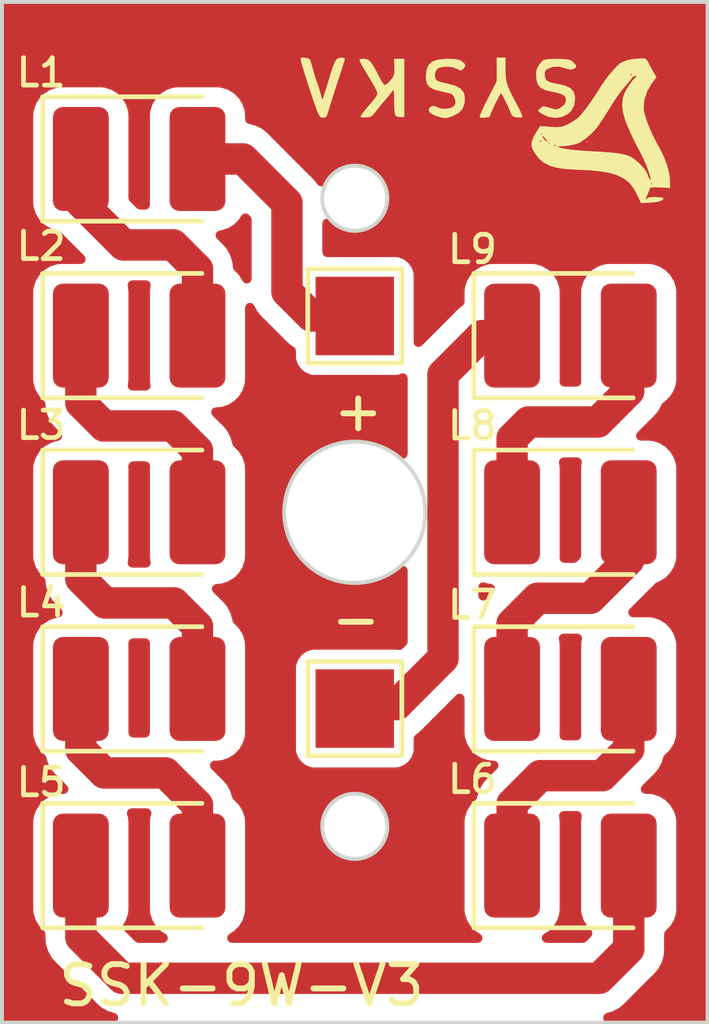
<source format=kicad_pcb>
(kicad_pcb (version 20221018) (generator pcbnew)
  (layers (0 "F.Cu" signal) (31 "B.Cu" signal) (34 "B.Paste" user) (35 "F.Paste" user) (36 "B.SilkS" user "B.Silkscreen") (37 "F.SilkS" user "F.Silkscreen") (38 "B.Mask" user) (39 "F.Mask" user) (44 "Edge.Cuts" user))
  (net 0 "")
  (net 1 "Net-(J1-Pin_1)")
  (net 2 "Net-(J2-Pin_1)")
  (net 3 "Net-(L1-K)")
  (net 4 "Net-(L2-K)")
  (net 5 "Net-(L3-K)")
  (net 6 "Net-(L4-K)")
  (net 7 "Net-(L5-K)")
  (net 8 "Net-(L6-K)")
  (net 9 "Net-(L7-K)")
  (net 10 "Net-(L8-K)")
  (footprint "LED_SMD:LED_1210_3225Metric_Pad1.42x2.65mm_HandSolder" (layer "F.Cu") (at 114.5 108.5)
    (fp_text reference "L9" (at -2.5 -2.2) (layer "F.SilkS") (effects (font (size 0.7 0.7) (thickness 0.12))))
    (fp_text value "LED")
    (fp_line (start -2.46 -1.585) (end -2.46 1.585) (stroke (width 0.12)) (layer "F.SilkS"))
    (fp_line (start -2.46 1.585) (end 1.6 1.585) (stroke (width 0.12)) (layer "F.SilkS"))
    (fp_line (start 1.6 -1.585) (end -2.46 -1.585) (stroke (width 0.12)) (layer "F.SilkS"))
    (pad "1" smd roundrect (at -1.4875 0) (size 1.425 2.65) (layers "F.Cu" "F.Paste" "F.Mask") (roundrect_rratio 0.175439) (net 2 "Net-(J2-Pin_1)"))
    (pad "2" smd roundrect (at 1.4875 0) (size 1.425 2.65) (layers "F.Cu" "F.Paste" "F.Mask") (roundrect_rratio 0.175439) (net 10 "Net-(L8-K)"))
  )
  (footprint "TestPoint:TestPoint_Pad_2.0x2.0mm" (layer "F.Cu") (at 109 118)
    (fp_text reference "J2" hide)
    (fp_text value "Conn_01x01_Pin")
    (fp_line (start -1.2 -1.2) (end 1.2 -1.2) (stroke (width 0.12)) (layer "F.SilkS"))
    (fp_line (start -1.2 1.2) (end -1.2 -1.2) (stroke (width 0.12)) (layer "F.SilkS"))
    (fp_line (start 1.2 -1.2) (end 1.2 1.2) (stroke (width 0.12)) (layer "F.SilkS"))
    (fp_line (start 1.2 1.2) (end -1.2 1.2) (stroke (width 0.12)) (layer "F.SilkS"))
    (pad "1" smd rect (at 0 0) (size 2 2) (layers "F.Cu" "F.Mask") (net 2 "Net-(J2-Pin_1)"))
  )
  (footprint "LED_SMD:LED_1210_3225Metric_Pad1.42x2.65mm_HandSolder" (layer "F.Cu") (at 114.5 113)
    (fp_text reference "L8" (at -2.5 -2.21) (layer "F.SilkS") (effects (font (size 0.7 0.7) (thickness 0.12))))
    (fp_text value "LED")
    (fp_line (start -2.46 -1.585) (end -2.46 1.585) (stroke (width 0.12)) (layer "F.SilkS"))
    (fp_line (start -2.46 1.585) (end 1.6 1.585) (stroke (width 0.12)) (layer "F.SilkS"))
    (fp_line (start 1.6 -1.585) (end -2.46 -1.585) (stroke (width 0.12)) (layer "F.SilkS"))
    (pad "1" smd roundrect (at -1.4875 0) (size 1.425 2.65) (layers "F.Cu" "F.Paste" "F.Mask") (roundrect_rratio 0.175439) (net 10 "Net-(L8-K)"))
    (pad "2" smd roundrect (at 1.4875 0) (size 1.425 2.65) (layers "F.Cu" "F.Paste" "F.Mask") (roundrect_rratio 0.175439) (net 9 "Net-(L7-K)"))
  )
  (footprint "footprints:syska" (layer "F.Cu") (at 112.296527 103.319153 180)
    (fp_text reference "G***" hide)
    (fp_text value "LOGO" hide)
    (fp_poly (pts (xy -2.614231 -0.242058) (xy -2.630369 -0.225921) (xy -2.646506 -0.242058) (xy -2.630369 -0.258195)) (fill solid) (layer "F.SilkS"))
    (fp_poly (pts (xy 0.07801 0.37114) (xy 0.113329 0.38789) (xy 0.105462 0.425139) (xy 0.072006 0.508822) (xy 0.017662 0.628373) (xy -0.052867 0.773227) (xy -0.095778 0.857765) (xy -0.322745 1.29874) (xy -0.322745 1.601467) (xy -0.322745 1.904194) (xy -0.435705 1.904194) (xy -0.548666 1.904194) (xy -0.548666 1.600595) (xy -0.550728 1.47552) (xy -0.55962 1.368711) (xy -0.579405 1.268133) (xy -0.614145 1.16175) (xy -0.6679 1.037527) (xy -0.744733 0.88343) (xy -0.848706 0.687423) (xy -0.870491 0.646993) (xy -0.926759 0.535459) (xy -0.964662 0.445876) (xy -0.978408 0.3926) (xy -0.976193 0.384948) (xy -0.931062 0.374635) (xy -0.850585 0.376703) (xy -0.832459 0.378744) (xy -0.748446 0.398321) (xy -0.70188 0.443034) (xy -0.674522 0.510077) (xy -0.645392 0.582464) (xy -0.597697 0.686238) (xy -0.5417 0.800631) (xy -0.487666 0.904875) (xy -0.445859 0.978201) (xy -0.43593 0.99283) (xy -0.418246 0.973329) (xy -0.381307 0.909831) (xy -0.332439 0.817162) (xy -0.278971 0.710147) (xy -0.22823 0.603611) (xy -0.187543 0.512378) (xy -0.164238 0.451274) (xy -0.161373 0.437345) (xy -0.140016 0.391274) (xy -0.121029 0.383614) (xy -0.059919 0.377193) (xy 0.007391 0.369462)) (fill solid) (layer "F.SilkS"))
    (fp_poly (pts (xy 4.149324 0.372221) (xy 4.186544 0.399681) (xy 4.22466 0.464548) (xy 4.271157 0.577241) (xy 4.290591 0.629352) (xy 4.333889 0.751498) (xy 4.386562 0.906691) (xy 4.444467 1.08196) (xy 4.503462 1.264333) (xy 4.559402 1.44084) (xy 4.608146 1.598508) (xy 4.645549 1.724367) (xy 4.667469 1.805444) (xy 4.670127 1.817625) (xy 4.677399 1.876355) (xy 4.657278 1.899878) (xy 4.59367 1.900573) (xy 4.565246 1.898311) (xy 4.478662 1.882295) (xy 4.434691 1.844554) (xy 4.420268 1.80737) (xy 4.366629 1.615826) (xy 4.326788 1.476681) (xy 4.297767 1.380005) (xy 4.276585 1.315867) (xy 4.260487 1.274842) (xy 4.236531 1.209641) (xy 4.203839 1.107163) (xy 4.177238 1.016646) (xy 4.12253 0.822999) (xy 4.049641 1.04892) (xy 4.002752 1.197829) (xy 3.954624 1.356285) (xy 3.921851 1.468488) (xy 3.861649 1.659932) (xy 3.806187 1.791106) (xy 3.753603 1.865953) (xy 3.725212 1.884545) (xy 3.644936 1.902777) (xy 3.578844 1.897676) (xy 3.550227 1.871191) (xy 3.55019 1.869916) (xy 3.559931 1.829264) (xy 3.586913 1.738233) (xy 3.627773 1.607614) (xy 3.679151 1.448203) (xy 3.72358 1.313182) (xy 3.786285 1.122549) (xy 3.846423 0.936664) (xy 3.898982 0.771244) (xy 3.938947 0.642003) (xy 3.954612 0.589009) (xy 3.986774 0.485558) (xy 4.014614 0.411935) (xy 4.031349 0.384825) (xy 4.076276 0.377227) (xy 4.105515 0.37175)) (fill solid) (layer "F.SilkS"))
    (fp_poly (pts (xy -1.639137 0.391776) (xy -1.478244 0.466094) (xy -1.452158 0.48468) (xy -1.371665 0.545812) (xy -1.4366 0.611277) (xy -1.477149 0.647605) (xy -1.516907 0.660564) (xy -1.576879 0.651132) (xy -1.671963 0.622242) (xy -1.772935 0.592321) (xy -1.838658 0.58417) (xy -1.894803 0.598219) (xy -1.952336 0.626951) (xy -2.047866 0.704848) (xy -2.083988 0.78499) (xy -2.086253 0.866071) (xy -2.04786 0.928126) (xy -1.961829 0.976197) (xy -1.821178 1.015328) (xy -1.744394 1.030264) (xy -1.572953 1.070021) (xy -1.455709 1.123134) (xy -1.382457 1.198637) (xy -1.342992 1.305565) (xy -1.330595 1.396525) (xy -1.326881 1.518792) (xy -1.344178 1.608301) (xy -1.386851 1.692872) (xy -1.446288 1.774036) (xy -1.505101 1.831934) (xy -1.517663 1.840053) (xy -1.583528 1.856564) (xy -1.693846 1.866535) (xy -1.828869 1.870121) (xy -1.968848 1.867475) (xy -2.094035 1.858752) (xy -2.184681 1.844104) (xy -2.210801 1.834651) (xy -2.284792 1.779935) (xy -2.339703 1.715098) (xy -2.356036 1.671412) (xy -2.330101 1.639396) (xy -2.280785 1.610327) (xy -2.207382 1.593803) (xy -2.117926 1.613524) (xy -2.083197 1.627157) (xy -1.911214 1.673487) (xy -1.747179 1.660683) (xy -1.661098 1.631507) (xy -1.585591 1.591323) (xy -1.554467 1.540118) (xy -1.549174 1.472441) (xy -1.558166 1.386455) (xy -1.59236 1.326054) (xy -1.662588 1.283397) (xy -1.77968 1.250647) (xy -1.881848 1.231662) (xy -2.070584 1.187157) (xy -2.202414 1.123819) (xy -2.283537 1.036391) (xy -2.320153 0.919615) (xy -2.323761 0.856859) (xy -2.300657 0.683592) (xy -2.228271 0.547143) (xy -2.137662 0.4622) (xy -1.98731 0.389223) (xy -1.81498 0.36595)) (fill solid) (layer "F.SilkS"))
    (fp_poly (pts (xy 1.105729 0.378346) (xy 1.125093 0.383388) (xy 1.275829 0.435112) (xy 1.372901 0.493899) (xy 1.413417 0.556177) (xy 1.394482 0.618378) (xy 1.34757 0.657932) (xy 1.279559 0.675987) (xy 1.230514 0.655531) (xy 1.118589 0.610168) (xy 0.994154 0.596741) (xy 0.875896 0.612933) (xy 0.782502 0.656428) (xy 0.735184 0.716913) (xy 0.730523 0.798253) (xy 0.758106 0.887939) (xy 0.806604 0.959162) (xy 0.848021 0.983938) (xy 0.916858 0.999654) (xy 1.023544 1.023878) (xy 1.125451 1.046948) (xy 1.28822 1.09431) (xy 1.395844 1.155205) (xy 1.457593 1.239037) (xy 1.482738 1.355205) (xy 1.484625 1.411168) (xy 1.468953 1.582423) (xy 1.418133 1.709315) (xy 1.326454 1.796519) (xy 1.188208 1.848711) (xy 0.997686 1.870567) (xy 0.922045 1.871919) (xy 0.765521 1.867106) (xy 0.65856 1.851139) (xy 0.586789 1.82172) (xy 0.580053 1.81731) (xy 0.50074 1.754264) (xy 0.475671 1.703005) (xy 0.50028 1.648714) (xy 0.520838 1.625127) (xy 0.567659 1.580577) (xy 0.606898 1.573232) (xy 0.666399 1.601293) (xy 0.688794 1.614265) (xy 0.794914 1.65413) (xy 0.921762 1.670823) (xy 1.048036 1.665029) (xy 1.152434 1.637432) (xy 1.207877 1.597586) (xy 1.248898 1.506829) (xy 1.253181 1.409598) (xy 1.220456 1.333019) (xy 1.210609 1.323516) (xy 1.156006 1.297755) (xy 1.058463 1.268145) (xy 0.938788 1.240975) (xy 0.935158 1.24028) (xy 0.739212 1.187909) (xy 0.601643 1.113989) (xy 0.518529 1.013866) (xy 0.485948 0.882888) (xy 0.498801 0.72257) (xy 0.548804 0.593451) (xy 0.648803 0.49091) (xy 0.805114 0.408661) (xy 0.819862 0.402913) (xy 0.925412 0.368256) (xy 1.008911 0.360821)) (fill solid) (layer "F.SilkS"))
    (fp_poly (pts (xy 3.124048 0.377956) (xy 3.150459 0.39328) (xy 3.137388 0.427205) (xy 3.08877 0.497668) (xy 3.01273 0.593674) (xy 2.9368 0.682404) (xy 2.829702 0.807522) (xy 2.76238 0.896929) (xy 2.728696 0.960281) (xy 2.722508 1.007236) (xy 2.724303 1.016626) (xy 2.748359 1.073192) (xy 2.799179 1.169421) (xy 2.868706 1.290622) (xy 2.930038 1.391904) (xy 3.010866 1.52477) (xy 3.081968 1.646102) (xy 3.1343 1.740213) (xy 3.155649 1.783164) (xy 3.177004 1.840968) (xy 3.164567 1.865905) (xy 3.105225 1.871798) (xy 3.071451 1.871919) (xy 3.001577 1.865082) (xy 2.942157 1.838719) (xy 2.885241 1.784048) (xy 2.822881 1.692288) (xy 2.747127 1.55466) (xy 2.699057 1.460572) (xy 2.639705 1.349194) (xy 2.586473 1.260661) (xy 2.54911 1.210924) (xy 2.543968 1.206761) (xy 2.498348 1.215076) (xy 2.427921 1.275565) (xy 2.392479 1.315407) (xy 2.331726 1.392633) (xy 2.299062 1.457006) (xy 2.286936 1.533508) (xy 2.287797 1.64712) (xy 2.28826 1.660222) (xy 2.295935 1.871919) (xy 2.164613 1.871919) (xy 2.033291 1.871919) (xy 2.033291 1.129606) (xy 2.033291 0.387294) (xy 2.142798 0.387294) (xy 2.203649 0.391329) (xy 2.245208 0.410318) (xy 2.271229 0.454583) (xy 2.285467 0.534449) (xy 2.291674 0.66024) (xy 2.293384 0.801433) (xy 2.295557 0.943962) (xy 2.300813 1.029868) (xy 2.310423 1.067052) (xy 2.32566 1.063417) (xy 2.333728 1.052123) (xy 2.373316 0.998482) (xy 2.441999 0.914014) (xy 2.525744 0.815921) (xy 2.535709 0.804541) (xy 2.628424 0.695444) (xy 2.715105 0.587512) (xy 2.77718 0.503882) (xy 2.777768 0.50302) (xy 2.841238 0.430054) (xy 2.904195 0.388436) (xy 2.920838 0.384825) (xy 3.007866 0.378737) (xy 3.059371 0.37376)) (fill solid) (layer "F.SilkS"))
    (fp_poly (pts (xy -3.910842 -1.604913) (xy -3.818696 -1.433883) (xy -3.708069 -1.294297) (xy -3.572232 -1.183262) (xy -3.404454 -1.097886) (xy -3.198005 -1.035277) (xy -2.946156 -0.992544) (xy -2.642177 -0.966794) (xy -2.404447 -0.957564) (xy -2.109188 -0.941654) (xy -1.868581 -0.907838) (xy -1.674322 -0.852472) (xy -1.51811 -0.771914) (xy -1.391643 -0.66252) (xy -1.286619 -0.520648) (xy -1.246295 -0.449342) (xy -1.211141 -0.348519) (xy -1.215584 -0.242485) (xy -1.262379 -0.118149) (xy -1.346067 0.02499) (xy -1.43192 0.157395) (xy -1.698533 0.13858) (xy -1.837166 0.130989) (xy -1.934836 0.134072) (xy -2.014723 0.151288) (xy -2.10001 0.186096) (xy -2.137476 0.204077) (xy -2.252483 0.267819) (xy -2.35922 0.339177) (xy -2.407263 0.378185) (xy -2.492005 0.469448) (xy -2.600768 0.606965) (xy -2.726197 0.780581) (xy -2.860932 0.980143) (xy -2.986839 1.178018) (xy -3.07513 1.309714) (xy -3.17684 1.444024) (xy -3.28219 1.56989) (xy -3.381404 1.676255) (xy -3.464703 1.752062) (xy -3.52231 1.786252) (xy -3.525185 1.78681) (xy -3.587727 1.808947) (xy -3.61474 1.823886) (xy -3.671619 1.842401) (xy -3.770085 1.859985) (xy -3.887201 1.874045) (xy -4.000025 1.881988) (xy -4.085619 1.88122) (xy -4.102129 1.878987) (xy -4.147596 1.845479) (xy -4.194066 1.776015) (xy -4.198976 1.765853) (xy -4.246672 1.670475) (xy -4.306371 1.56073) (xy -4.323046 1.531691) (xy -4.363065 1.463109) (xy -3.765354 1.463109) (xy -3.760924 1.482296) (xy -3.743838 1.484626) (xy -3.717272 1.472817) (xy -3.722321 1.463109) (xy -3.760623 1.459247) (xy -3.765354 1.463109) (xy -4.363065 1.463109) (xy -4.399163 1.401246) (xy -4.28158 1.247204) (xy -4.165107 1.051137) (xy -4.093376 0.835055) (xy -4.072627 0.619624) (xy -4.076251 0.567223) (xy -4.104485 0.434024) (xy -4.162146 0.260512) (xy -4.243494 0.060503) (xy -4.342789 -0.152184) (xy -4.454294 -0.363735) (xy -4.486156 -0.419568) (xy -4.588356 -0.62265) (xy -4.669854 -0.838304) (xy -4.724047 -1.04583) (xy -4.739835 -1.184927) (xy -4.249457 -1.184927) (xy -4.241883 -1.145743) (xy -4.202256 -1.014482) (xy -4.140984 -0.851747) (xy -4.068302 -0.682191) (xy -3.994445 -0.530468) (xy -3.962521 -0.472814) (xy -3.9111 -0.378327) (xy -3.843264 -0.244346) (xy -3.76872 -0.090404) (xy -3.71177 0.031821) (xy -3.606041 0.288752) (xy -3.54289 0.507433) (xy -3.520916 0.696864) (xy -3.538718 0.866046) (xy -3.567314 0.960017) (xy -3.62983 1.090576) (xy -3.715832 1.227725) (xy -3.808723 1.34702) (xy -3.872935 1.410079) (xy -3.899567 1.436673) (xy -3.872577 1.436501) (xy -3.84873 1.430844) (xy -3.792291 1.408508) (xy -3.776112 1.390762) (xy -3.756495 1.355866) (xy -3.70654 1.29135) (xy -3.67122 1.250014) (xy -3.547763 1.106252) (xy -3.446137 0.977314) (xy -3.35022 0.841258) (xy -3.243895 0.676144) (xy -3.212295 0.625324) (xy -3.136126 0.502974) (xy -3.071138 0.399985) (xy -3.025701 0.329539) (xy -3.009975 0.306608) (xy -2.976507 0.258708) (xy -2.928555 0.185201) (xy -2.923679 0.17751) (xy -2.831706 0.059665) (xy -2.724136 -0.048411) (xy -1.484625 -0.048411) (xy -1.468488 -0.032274) (xy -1.452351 -0.048411) (xy -1.468488 -0.064549) (xy -1.484625 -0.048411) (xy -2.724136 -0.048411) (xy -2.705588 -0.067046) (xy -2.568139 -0.181781) (xy -2.47635 -0.241469) (xy -1.613723 -0.241469) (xy -1.594179 -0.199342) (xy -1.560309 -0.155845) (xy -1.505658 -0.103245) (xy -1.484898 -0.104055) (xy -1.484625 -0.108022) (xy -1.503401 -0.137547) (xy -1.54861 -0.192995) (xy -1.549174 -0.193646) (xy -1.58183 -0.225921) (xy -1.452351 -0.225921) (xy -1.440542 -0.199355) (xy -1.430835 -0.204405) (xy -1.426972 -0.242707) (xy -1.430835 -0.247437) (xy -1.450022 -0.243007) (xy -1.452351 -0.225921) (xy -1.58183 -0.225921) (xy -1.593456 -0.237412) (xy -1.613607 -0.242935) (xy -1.613723 -0.241469) (xy -2.47635 -0.241469) (xy -2.442172 -0.263694) (xy -2.438939 -0.26536) (xy -2.414137 -0.274333) (xy -1.678272 -0.274333) (xy -1.662135 -0.258195) (xy -1.645998 -0.274333) (xy -1.662135 -0.29047) (xy -1.678272 -0.274333) (xy -2.414137 -0.274333) (xy -2.31474 -0.310293) (xy -2.155497 -0.341504) (xy -2.12885 -0.344261) (xy -1.828886 -0.344261) (xy -1.824456 -0.325073) (xy -1.80737 -0.322744) (xy -1.780804 -0.334553) (xy -1.785854 -0.344261) (xy -1.824156 -0.348123) (xy -1.828886 -0.344261) (xy -2.12885 -0.344261) (xy -2.081703 -0.349139) (xy -1.855782 -0.365862) (xy -2.017154 -0.41094) (xy -2.102773 -0.427364) (xy -2.238597 -0.444547) (xy -2.410321 -0.461073) (xy -2.603638 -0.475527) (xy -2.759467 -0.484414) (xy -3.028068 -0.499374) (xy -3.241892 -0.515847) (xy -3.410709 -0.535105) (xy -3.54429 -0.558418) (xy -3.652406 -0.587058) (xy -3.711563 -0.608297) (xy -3.812337 -0.666045) (xy -3.925258 -0.757151) (xy -4.033254 -0.8647) (xy -4.119252 -0.971781) (xy -4.164947 -1.057429) (xy -4.197844 -1.14537) (xy -4.227237 -1.200918) (xy -4.246612 -1.216596) (xy -4.249457 -1.184927) (xy -4.739835 -1.184927) (xy -4.74433 -1.224527) (xy -4.744346 -1.228878) (xy -4.744346 -1.307115) (xy -4.292503 -1.307115) (xy -4.276366 -1.290978) (xy -4.260229 -1.307115) (xy -4.276366 -1.323252) (xy -4.292503 -1.307115) (xy -4.744346 -1.307115) (xy -4.744346 -1.421281) (xy -4.48615 -1.407348) (xy -4.346863 -1.402948) (xy -4.263922 -1.408577) (xy -4.229798 -1.42496) (xy -4.227954 -1.432195) (xy -4.214164 -1.483722) (xy -4.179789 -1.564573) (xy -4.166885 -1.590761) (xy -4.13563 -1.663892) (xy -4.129182 -1.706283) (xy -4.13461 -1.710546) (xy -4.162438 -1.685743) (xy -4.163406 -1.677181) (xy -4.193655 -1.659305) (xy -4.277085 -1.649974) (xy -4.37319 -1.649587) (xy -4.480044 -1.655846) (xy -4.555606 -1.666608) (xy -4.582974 -1.679001) (xy -4.551616 -1.729517) (xy -4.458442 -1.766278) (xy -4.304797 -1.788827) (xy -4.246044 -1.792811) (xy -4.002004 -1.805888)) (fill solid) (layer "F.SilkS"))
  )
  (footprint "LED_SMD:LED_1210_3225Metric_Pad1.42x2.65mm_HandSolder" (layer "F.Cu") (at 103.5 122)
    (fp_text reference "L5" (at -2.5 -2.12) (layer "F.SilkS") (effects (font (size 0.7 0.7) (thickness 0.12))))
    (fp_text value "LED")
    (fp_line (start -2.46 -1.585) (end -2.46 1.585) (stroke (width 0.12)) (layer "F.SilkS"))
    (fp_line (start -2.46 1.585) (end 1.6 1.585) (stroke (width 0.12)) (layer "F.SilkS"))
    (fp_line (start 1.6 -1.585) (end -2.46 -1.585) (stroke (width 0.12)) (layer "F.SilkS"))
    (pad "1" smd roundrect (at -1.4875 0) (size 1.425 2.65) (layers "F.Cu" "F.Paste" "F.Mask") (roundrect_rratio 0.175439) (net 7 "Net-(L5-K)"))
    (pad "2" smd roundrect (at 1.4875 0) (size 1.425 2.65) (layers "F.Cu" "F.Paste" "F.Mask") (roundrect_rratio 0.175439) (net 6 "Net-(L4-K)"))
  )
  (footprint "LED_SMD:LED_1210_3225Metric_Pad1.42x2.65mm_HandSolder" (layer "F.Cu") (at 103.5 117.5)
    (fp_text reference "L4" (at -2.5 -2.2) (layer "F.SilkS") (effects (font (size 0.7 0.7) (thickness 0.12))))
    (fp_text value "LED")
    (fp_line (start -2.46 -1.585) (end -2.46 1.585) (stroke (width 0.12)) (layer "F.SilkS"))
    (fp_line (start -2.46 1.585) (end 1.6 1.585) (stroke (width 0.12)) (layer "F.SilkS"))
    (fp_line (start 1.6 -1.585) (end -2.46 -1.585) (stroke (width 0.12)) (layer "F.SilkS"))
    (pad "1" smd roundrect (at -1.4875 0) (size 1.425 2.65) (layers "F.Cu" "F.Paste" "F.Mask") (roundrect_rratio 0.175439) (net 6 "Net-(L4-K)"))
    (pad "2" smd roundrect (at 1.4875 0) (size 1.425 2.65) (layers "F.Cu" "F.Paste" "F.Mask") (roundrect_rratio 0.175439) (net 5 "Net-(L3-K)"))
  )
  (footprint "footprints:+" (layer "F.Cu") (at 108.99 110.43)
    (fp_text reference "REF**" hide)
    (fp_text value "+")
    (fp_text user "+" (at -0.62 0.56 unlocked) (layer "F.SilkS") (effects (justify left bottom)))
  )
  (footprint "LED_SMD:LED_1210_3225Metric_Pad1.42x2.65mm_HandSolder" (layer "F.Cu") (at 103.5 104)
    (fp_text reference "L1" (at -2.5 -2.2) (layer "F.SilkS") (effects (font (size 0.7 0.7) (thickness 0.12))))
    (fp_text value "LED")
    (fp_line (start -2.46 -1.585) (end -2.46 1.585) (stroke (width 0.12)) (layer "F.SilkS"))
    (fp_line (start -2.46 1.585) (end 1.6 1.585) (stroke (width 0.12)) (layer "F.SilkS"))
    (fp_line (start 1.6 -1.585) (end -2.46 -1.585) (stroke (width 0.12)) (layer "F.SilkS"))
    (pad "1" smd roundrect (at -1.4875 0) (size 1.425 2.65) (layers "F.Cu" "F.Paste" "F.Mask") (roundrect_rratio 0.175439) (net 3 "Net-(L1-K)"))
    (pad "2" smd roundrect (at 1.4875 0) (size 1.425 2.65) (layers "F.Cu" "F.Paste" "F.Mask") (roundrect_rratio 0.175439) (net 1 "Net-(J1-Pin_1)"))
  )
  (footprint "LED_SMD:LED_1210_3225Metric_Pad1.42x2.65mm_HandSolder" (layer "F.Cu") (at 114.5 117.5)
    (fp_text reference "L7" (at -2.5 -2.14) (layer "F.SilkS") (effects (font (size 0.7 0.7) (thickness 0.12))))
    (fp_text value "LED")
    (fp_line (start -2.46 -1.585) (end -2.46 1.585) (stroke (width 0.12)) (layer "F.SilkS"))
    (fp_line (start -2.46 1.585) (end 1.6 1.585) (stroke (width 0.12)) (layer "F.SilkS"))
    (fp_line (start 1.6 -1.585) (end -2.46 -1.585) (stroke (width 0.12)) (layer "F.SilkS"))
    (pad "1" smd roundrect (at -1.4875 0) (size 1.425 2.65) (layers "F.Cu" "F.Paste" "F.Mask") (roundrect_rratio 0.175439) (net 9 "Net-(L7-K)"))
    (pad "2" smd roundrect (at 1.4875 0) (size 1.425 2.65) (layers "F.Cu" "F.Paste" "F.Mask") (roundrect_rratio 0.175439) (net 8 "Net-(L6-K)"))
  )
  (footprint "LED_SMD:LED_1210_3225Metric_Pad1.42x2.65mm_HandSolder" (layer "F.Cu") (at 103.5 108.5)
    (fp_text reference "L2" (at -2.5 -2.28) (layer "F.SilkS") (effects (font (size 0.7 0.7) (thickness 0.12))))
    (fp_text value "LED")
    (fp_line (start -2.46 -1.585) (end -2.46 1.585) (stroke (width 0.12)) (layer "F.SilkS"))
    (fp_line (start -2.46 1.585) (end 1.6 1.585) (stroke (width 0.12)) (layer "F.SilkS"))
    (fp_line (start 1.6 -1.585) (end -2.46 -1.585) (stroke (width 0.12)) (layer "F.SilkS"))
    (pad "1" smd roundrect (at -1.4875 0) (size 1.425 2.65) (layers "F.Cu" "F.Paste" "F.Mask") (roundrect_rratio 0.175439) (net 4 "Net-(L2-K)"))
    (pad "2" smd roundrect (at 1.4875 0) (size 1.425 2.65) (layers "F.Cu" "F.Paste" "F.Mask") (roundrect_rratio 0.175439) (net 3 "Net-(L1-K)"))
  )
  (footprint "footprints:-" (layer "F.Cu") (at 108.81 115.8)
    (fp_text reference "REF**" hide)
    (fp_text value "-")
    (fp_text user "-" (at -0.5 0.5 unlocked) (layer "F.SilkS") (effects (justify left bottom)))
  )
  (footprint "LED_SMD:LED_1210_3225Metric_Pad1.42x2.65mm_HandSolder" (layer "F.Cu") (at 114.5 122)
    (fp_text reference "L6" (at -2.5 -2.2) (layer "F.SilkS") (effects (font (size 0.7 0.7) (thickness 0.12))))
    (fp_text value "LED")
    (fp_line (start -2.46 -1.585) (end -2.46 1.585) (stroke (width 0.12)) (layer "F.SilkS"))
    (fp_line (start -2.46 1.585) (end 1.6 1.585) (stroke (width 0.12)) (layer "F.SilkS"))
    (fp_line (start 1.6 -1.585) (end -2.46 -1.585) (stroke (width 0.12)) (layer "F.SilkS"))
    (pad "1" smd roundrect (at -1.4875 0) (size 1.425 2.65) (layers "F.Cu" "F.Paste" "F.Mask") (roundrect_rratio 0.175439) (net 8 "Net-(L6-K)"))
    (pad "2" smd roundrect (at 1.4875 0) (size 1.425 2.65) (layers "F.Cu" "F.Paste" "F.Mask") (roundrect_rratio 0.175439) (net 7 "Net-(L5-K)"))
  )
  (footprint "TestPoint:TestPoint_Pad_2.0x2.0mm" (layer "F.Cu") (at 109 108)
    (fp_text reference "J1" hide)
    (fp_text value "Conn_01x01_Pin")
    (fp_line (start -1.2 -1.2) (end 1.2 -1.2) (stroke (width 0.12)) (layer "F.SilkS"))
    (fp_line (start -1.2 1.2) (end -1.2 -1.2) (stroke (width 0.12)) (layer "F.SilkS"))
    (fp_line (start 1.2 -1.2) (end 1.2 1.2) (stroke (width 0.12)) (layer "F.SilkS"))
    (fp_line (start 1.2 1.2) (end -1.2 1.2) (stroke (width 0.12)) (layer "F.SilkS"))
    (pad "1" smd rect (at 0 0) (size 2 2) (layers "F.Cu" "F.Mask") (net 1 "Net-(J1-Pin_1)"))
  )
  (footprint "LED_SMD:LED_1210_3225Metric_Pad1.42x2.65mm_HandSolder" (layer "F.Cu") (at 103.5 113)
    (fp_text reference "L3" (at -2.5 -2.22) (layer "F.SilkS") (effects (font (size 0.7 0.7) (thickness 0.12))))
    (fp_text value "LED")
    (fp_line (start -2.46 -1.585) (end -2.46 1.585) (stroke (width 0.12)) (layer "F.SilkS"))
    (fp_line (start -2.46 1.585) (end 1.6 1.585) (stroke (width 0.12)) (layer "F.SilkS"))
    (fp_line (start 1.6 -1.585) (end -2.46 -1.585) (stroke (width 0.12)) (layer "F.SilkS"))
    (pad "1" smd roundrect (at -1.4875 0) (size 1.425 2.65) (layers "F.Cu" "F.Paste" "F.Mask") (roundrect_rratio 0.175439) (net 5 "Net-(L3-K)"))
    (pad "2" smd roundrect (at 1.4875 0) (size 1.425 2.65) (layers "F.Cu" "F.Paste" "F.Mask") (roundrect_rratio 0.175439) (net 4 "Net-(L2-K)"))
  )
  (gr_line (start 100 100) (end 100 126) (stroke (width 0.1)) (layer "Edge.Cuts"))
  (gr_line (start 100 126) (end 118 126) (stroke (width 0.1)) (layer "Edge.Cuts"))
  (gr_circle (center 109 105) (end 109.83 105) (stroke (width 0.1)) (fill none) (layer "Edge.Cuts"))
  (gr_line (start 118 100) (end 118 126) (stroke (width 0.1)) (layer "Edge.Cuts"))
  (gr_circle (center 109 113) (end 110.8 113) (stroke (width 0.1)) (fill none) (layer "Edge.Cuts"))
  (gr_circle (center 109 121) (end 109.83 121) (stroke (width 0.1)) (fill none) (layer "Edge.Cuts"))
  (gr_line (start 100 100) (end 118 100) (stroke (width 0.1)) (layer "Edge.Cuts"))
  (gr_text "SSK-9W-V3\n" (at 101.37 125.64) (layer "F.SilkS") (effects (font (size 1 1)) (justify left bottom)))
  (segment (start 107.27 107.38) (end 107.89 108) (width 0.8) (layer "F.Cu") (net 1))
  (segment (start 106.15 104) (end 107.27 105.12) (width 0.8) (layer "F.Cu") (net 1))
  (segment (start 104.9875 104) (end 106.15 104) (width 0.8) (layer "F.Cu") (net 1))
  (segment (start 107.89 108) (end 109 108) (width 0.8) (layer "F.Cu") (net 1))
  (segment (start 107.27 105.12) (end 107.27 107.38) (width 0.8) (layer "F.Cu") (net 1))
  (segment (start 110.07 117.9) (end 109 117.9) (width 0.8) (layer "F.Cu") (net 2))
  (segment (start 113.0125 108.5) (end 112.24 108.5) (width 0.8) (layer "F.Cu") (net 2))
  (segment (start 111.25 116.72) (end 110.07 117.9) (width 0.8) (layer "F.Cu") (net 2))
  (segment (start 112.24 108.5) (end 111.25 109.49) (width 0.8) (layer "F.Cu") (net 2))
  (segment (start 111.25 109.49) (end 111.25 116.72) (width 0.8) (layer "F.Cu") (net 2))
  (segment (start 104.37 106.19) (end 104.9875 106.8075) (width 0.8) (layer "F.Cu") (net 3))
  (segment (start 103.1 106.19) (end 104.37 106.19) (width 0.8) (layer "F.Cu") (net 3))
  (segment (start 104.9875 106.8075) (end 104.9875 108.5) (width 0.8) (layer "F.Cu") (net 3))
  (segment (start 102.0125 105.1025) (end 103.1 106.19) (width 0.8) (layer "F.Cu") (net 3))
  (segment (start 102.0125 104) (end 102.0125 105.1025) (width 0.8) (layer "F.Cu") (net 3))
  (segment (start 102.0125 108.5) (end 102.0125 110.2125) (width 0.8) (layer "F.Cu") (net 4))
  (segment (start 104.36 110.8) (end 104.9875 111.4275) (width 0.8) (layer "F.Cu") (net 4))
  (segment (start 104.9875 111.4275) (end 104.9875 113) (width 0.8) (layer "F.Cu") (net 4))
  (segment (start 102.6 110.8) (end 104.36 110.8) (width 0.8) (layer "F.Cu") (net 4))
  (segment (start 102.0125 110.2125) (end 102.6 110.8) (width 0.8) (layer "F.Cu") (net 4))
  (segment (start 102.0125 114.6925) (end 102.63 115.31) (width 0.8) (layer "F.Cu") (net 5))
  (segment (start 104.39 115.31) (end 104.9875 115.9075) (width 0.8) (layer "F.Cu") (net 5))
  (segment (start 102.63 115.31) (end 104.39 115.31) (width 0.8) (layer "F.Cu") (net 5))
  (segment (start 104.9875 115.9075) (end 104.9875 117.5) (width 0.8) (layer "F.Cu") (net 5))
  (segment (start 102.0125 113) (end 102.0125 114.6925) (width 0.8) (layer "F.Cu") (net 5))
  (segment (start 102.61 119.64) (end 104.17 119.64) (width 0.8) (layer "F.Cu") (net 6))
  (segment (start 102.0125 117.5) (end 102.0125 119.0425) (width 0.8) (layer "F.Cu") (net 6))
  (segment (start 104.9875 120.4575) (end 104.9875 122) (width 0.8) (layer "F.Cu") (net 6))
  (segment (start 104.17 119.64) (end 104.9875 120.4575) (width 0.8) (layer "F.Cu") (net 6))
  (segment (start 102.0125 119.0425) (end 102.61 119.64) (width 0.8) (layer "F.Cu") (net 6))
  (segment (start 115.24 124.87) (end 115.9875 124.1225) (width 0.8) (layer "F.Cu") (net 7))
  (segment (start 102.0125 123.8225) (end 103.06 124.87) (width 0.8) (layer "F.Cu") (net 7))
  (segment (start 103.06 124.87) (end 115.24 124.87) (width 0.8) (layer "F.Cu") (net 7))
  (segment (start 115.9875 124.1225) (end 115.9875 122) (width 0.8) (layer "F.Cu") (net 7))
  (segment (start 102.0125 122) (end 102.0125 123.8225) (width 0.8) (layer "F.Cu") (net 7))
  (segment (start 113.0125 120.4275) (end 113.73 119.71) (width 0.8) (layer "F.Cu") (net 8))
  (segment (start 115.9875 119.0325) (end 115.9875 117.5) (width 0.8) (layer "F.Cu") (net 8))
  (segment (start 115.31 119.71) (end 115.9875 119.0325) (width 0.8) (layer "F.Cu") (net 8))
  (segment (start 113.0125 122) (end 113.0125 120.4275) (width 0.8) (layer "F.Cu") (net 8))
  (segment (start 113.73 119.71) (end 115.31 119.71) (width 0.8) (layer "F.Cu") (net 8))
  (segment (start 115.01 115.19) (end 115.9875 114.2125) (width 0.8) (layer "F.Cu") (net 9))
  (segment (start 115.9875 114.2125) (end 115.9875 113) (width 0.8) (layer "F.Cu") (net 9))
  (segment (start 113.66 115.19) (end 115.01 115.19) (width 0.8) (layer "F.Cu") (net 9))
  (segment (start 113.0125 117.5) (end 113.0125 115.8375) (width 0.8) (layer "F.Cu") (net 9))
  (segment (start 113.0125 115.8375) (end 113.66 115.19) (width 0.8) (layer "F.Cu") (net 9))
  (segment (start 113.0125 113) (end 113.0125 111.1175) (width 0.8) (layer "F.Cu") (net 10))
  (segment (start 113.0125 111.1175) (end 113.43 110.7) (width 0.8) (layer "F.Cu") (net 10))
  (segment (start 115.9875 109.9125) (end 115.9875 108.5) (width 0.8) (layer "F.Cu") (net 10))
  (segment (start 115.2 110.7) (end 115.9875 109.9125) (width 0.8) (layer "F.Cu") (net 10))
  (segment (start 113.43 110.7) (end 115.2 110.7) (width 0.8) (layer "F.Cu") (net 10))
  (zone (net 0) (net_name "") (layer "F.Cu") (connect_pads yes (clearance 0.5)) (min_thickness 0.25) (fill yes (thermal_gap 0.5) (thermal_bridge_width 0.5) (island_removal_mode 1) (island_area_min 10))
    (polygon (pts (xy 100 100.01) (xy 118 100.01) (xy 118 126.01) (xy 100 126.01)))
  )
)
</source>
